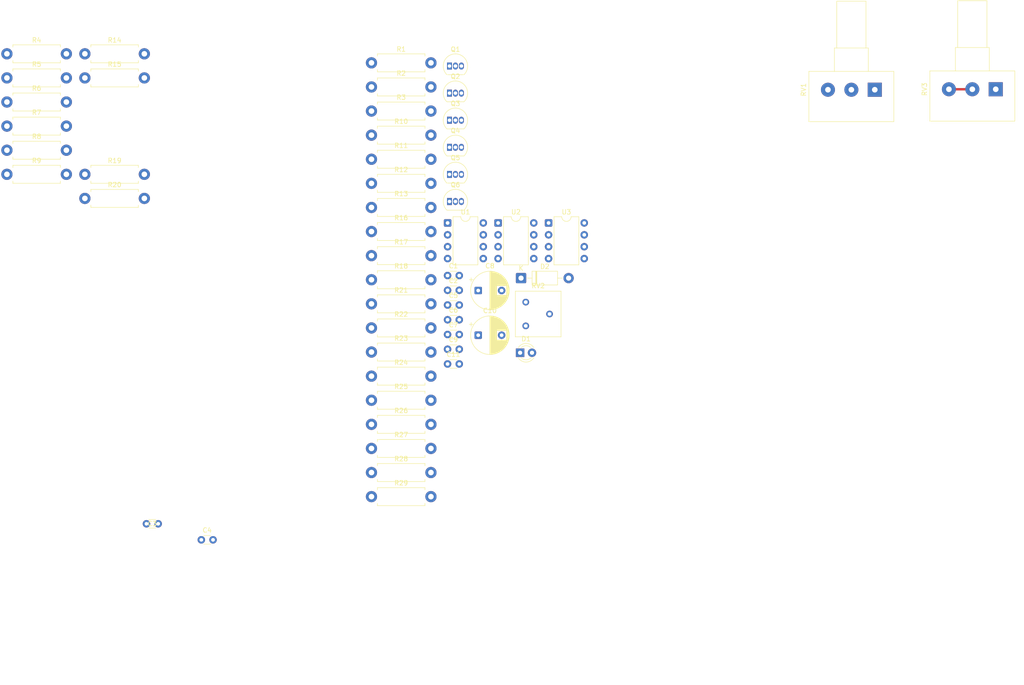
<source format=kicad_pcb>
(kicad_pcb (version 20241229) (generator "pcbnew") (generator_version "9.0")
  (title_block (title "Phase 90 / PERFBOARD-layout") (date "2025-07-10") (rev "1.0"))
  (layers (0 "F.Cu" signal) (2 "B.Cu" signal) (13 "F.Paste" user) (15 "B.Paste" user) (5 "F.SilkS" user "F.Silkscreen") (7 "B.SilkS" user "B.Silkscreen") (1 "F.Mask" user) (3 "B.Mask" user) (25 "Edge.Cuts" user))
  (net 0 "")
  (net 1 "Net-(C1-Pad2)")
  (net 2 "IN")
  (net 3 "Net-(Q1-S)")
  (net 4 "Net-(U1B--)")
  (net 5 "Net-(Q2-S)")
  (net 6 "Net-(C3-Pad1)")
  (net 7 "Net-(C4-Pad1)")
  (net 8 "Net-(Q3-S)")
  (net 9 "Net-(C5-Pad1)")
  (net 10 "Net-(Q4-S)")
  (net 11 "Net-(Q5-C)")
  (net 12 "Mixer_output")
  (net 13 "Net-(U1A--)")
  (net 14 "Net-(C7-Pad2)")
  (net 15 "GND")
  (net 16 "Net-(C8-Pad1)")
  (net 17 "Vref")
  (net 18 "LFO")
  (net 19 "OUT")
  (net 20 "Net-(D1-A)")
  (net 21 "Mixer_input")
  (net 22 "Net-(Q6-C)")
  (net 23 "Net-(Q6-B)")
  (net 24 "Net-(U1B-+)")
  (net 25 "Net-(U2A--)")
  (net 26 "Net-(U2B--)")
  (net 27 "Net-(U3A--)")
  (net 28 "Net-(U3B--)")
  (net 29 "Net-(R15-Pad2)")
  (net 30 "Net-(R22-Pad2)")
  (net 31 "Net-(U1A-+)")
  (net 32 "+9V")
  (net 33 "Net-(R28-Pad1)")
  (footprint "Resistor_THT:R_Axial_DIN0411_L9.9mm_D3.6mm_P12.70mm_Horizontal" (layer "F.Cu") (at 19.9 40.38)
    (property "Reference" "R5" (at 6.35 -2.92 0) (layer "F.SilkS"))
    (property "Value" "10k")
    (pad "1" thru_hole circle (at 0 0) (size 2.4 2.4) (drill 1.2) (layers "*.Cu" "*.Mask") (net 25 "Net-(U2A--)"))
    (pad "2" thru_hole circle (at 12.7 0) (size 2.4 2.4) (drill 1.2) (layers "*.Cu" "*.Mask") (net 6 "Net-(C3-Pad1)"))
  )
  (footprint "Package_TO_SOT_THT:TO-92_Inline" (layer "F.Cu") (at 114.4092 37.8408)
    (property "Reference" "Q1" (at 1.27 -3.56 0) (layer "F.SilkS"))
    (property "Value" "BF265B")
    (pad "1" thru_hole rect (at 0 0) (size 1.05 1.5) (drill 0.75) (layers "*.Cu" "*.Mask") (net 17 "Vref"))
    (pad "2" thru_hole oval (at 1.27 0) (size 1.05 1.5) (drill 0.75) (layers "*.Cu" "*.Mask") (net 18 "LFO"))
    (pad "3" thru_hole oval (at 2.54 0) (size 1.05 1.5) (drill 0.75) (layers "*.Cu" "*.Mask") (net 3 "Net-(Q1-S)"))
  )
  (footprint "Resistor_THT:R_Axial_DIN0411_L9.9mm_D3.6mm_P12.70mm_Horizontal" (layer "F.Cu") (at 97.7492 114.4108)
    (property "Reference" "R26" (at 6.35 -2.92 0) (layer "F.SilkS"))
    (property "Value" "500")
    (pad "1" thru_hole circle (at 0 0) (size 2.4 2.4) (drill 1.2) (layers "*.Cu" "*.Mask") (net 22 "Net-(Q6-C)"))
    (pad "2" thru_hole circle (at 12.7 0) (size 2.4 2.4) (drill 1.2) (layers "*.Cu" "*.Mask") (net 32 "+9V"))
  )
  (footprint "Capacitor_THT:C_Disc_D3.0mm_W1.6mm_P2.50mm" (layer "F.Cu") (at 113.9992 92.0608)
    (property "Reference" "C6" (at 1.25 -2.05 0) (layer "F.SilkS"))
    (property "Value" "47n")
    (pad "1" thru_hole circle (at 0 0) (size 1.6 1.6) (drill 0.8) (layers "*.Cu" "*.Mask") (net 11 "Net-(Q5-C)"))
    (pad "2" thru_hole circle (at 2.5 0) (size 1.6 1.6) (drill 0.8) (layers "*.Cu" "*.Mask") (net 12 "Mixer_output"))
  )
  (footprint "Capacitor_THT:CP_Radial_D8.0mm_P5.00mm" (layer "F.Cu") (at 120.543898 95.3608)
    (property "Reference" "C10" (at 2.5 -5.25 0) (layer "F.SilkS"))
    (property "Value" "47µ")
    (pad "1" thru_hole roundrect (at 0 0) (size 1.6 1.6) (drill 0.8) (layers "*.Cu" "*.Mask") (roundrect_rratio 0.15625) (net 17 "Vref"))
    (pad "2" thru_hole circle (at 5 0) (size 1.6 1.6) (drill 0.8) (layers "*.Cu" "*.Mask") (net 15 "GND"))
  )
  (footprint "Package_TO_SOT_THT:TO-92_Inline" (layer "F.Cu") (at 114.4092 43.6308)
    (property "Reference" "Q2" (at 1.27 -3.56 0) (layer "F.SilkS"))
    (property "Value" "BF265B")
    (pad "1" thru_hole rect (at 0 0) (size 1.05 1.5) (drill 0.75) (layers "*.Cu" "*.Mask") (net 17 "Vref"))
    (pad "2" thru_hole oval (at 1.27 0) (size 1.05 1.5) (drill 0.75) (layers "*.Cu" "*.Mask") (net 18 "LFO"))
    (pad "3" thru_hole oval (at 2.54 0) (size 1.05 1.5) (drill 0.75) (layers "*.Cu" "*.Mask") (net 5 "Net-(Q2-S)"))
  )
  (footprint "Resistor_THT:R_Axial_DIN0411_L9.9mm_D3.6mm_P12.70mm_Horizontal" (layer "F.Cu") (at 97.7492 68.0608)
    (property "Reference" "R13" (at 6.35 -2.92 0) (layer "F.SilkS"))
    (property "Value" "10k")
    (pad "1" thru_hole circle (at 0 0) (size 2.4 2.4) (drill 1.2) (layers "*.Cu" "*.Mask") (net 9 "Net-(C5-Pad1)"))
    (pad "2" thru_hole circle (at 12.7 0) (size 2.4 2.4) (drill 1.2) (layers "*.Cu" "*.Mask") (net 28 "Net-(U3B--)"))
  )
  (footprint "Capacitor_THT:C_Disc_D3.0mm_W1.6mm_P2.50mm" (layer "F.Cu") (at 113.9992 88.9108)
    (property "Reference" "C5" (at 1.25 -2.05 0) (layer "F.SilkS"))
    (property "Value" "47n")
    (pad "1" thru_hole circle (at 0 0) (size 1.6 1.6) (drill 0.8) (layers "*.Cu" "*.Mask") (net 9 "Net-(C5-Pad1)"))
    (pad "2" thru_hole circle (at 2.5 0) (size 1.6 1.6) (drill 0.8) (layers "*.Cu" "*.Mask") (net 10 "Net-(Q4-S)"))
  )
  (footprint "Potentiometer_THT:Potentiometer_Alps_RK163_Single_Horizontal" (layer "F.Cu") (at 205.2282 42.9054 -90)
    (property "Reference" "RV1" (at 0 15.2 90) (layer "F.SilkS"))
    (property "Value" "470k")
    (pad "1" thru_hole rect (at 0 0 90) (size 3 3) (drill 1.2) (layers "*.Cu" "*.Mask") (net 30 "Net-(R22-Pad2)"))
    (pad "2" thru_hole circle (at 0 5 90) (size 3 3) (drill 1.2) (layers "*.Cu" "*.Mask") (net 30 "Net-(R22-Pad2)"))
    (pad "3" thru_hole circle (at 0 10 90) (size 3 3) (drill 1.2) (layers "*.Cu" "*.Mask") (net 16 "Net-(C8-Pad1)"))
  )
  (footprint "Package_TO_SOT_THT:TO-92_Inline" (layer "F.Cu") (at 114.4092 66.7908)
    (property "Reference" "Q6" (at 1.27 -3.56 0) (layer "F.SilkS"))
    (property "Value" "2N3904")
    (pad "1" thru_hole rect (at 0 0) (size 1.05 1.5) (drill 0.75) (layers "*.Cu" "*.Mask") (net 20 "Net-(D1-A)"))
    (pad "2" thru_hole oval (at 1.27 0) (size 1.05 1.5) (drill 0.75) (layers "*.Cu" "*.Mask") (net 23 "Net-(Q6-B)"))
    (pad "3" thru_hole oval (at 2.54 0) (size 1.05 1.5) (drill 0.75) (layers "*.Cu" "*.Mask") (net 22 "Net-(Q6-C)"))
  )
  (footprint "Resistor_THT:R_Axial_DIN0411_L9.9mm_D3.6mm_P12.70mm_Horizontal" (layer "F.Cu") (at 19.9 45.53)
    (property "Reference" "R6" (at 6.35 -2.92 0) (layer "F.SilkS"))
    (property "Value" "22k")
    (pad "1" thru_hole circle (at 0 0) (size 2.4 2.4) (drill 1.2) (layers "*.Cu" "*.Mask") (net 17 "Vref"))
    (pad "2" thru_hole circle (at 12.7 0) (size 2.4 2.4) (drill 1.2) (layers "*.Cu" "*.Mask") (net 3 "Net-(Q1-S)"))
  )
  (footprint "Package_DIP:DIP-8_W7.62mm" (layer "F.Cu") (at 135.5692 71.3708)
    (property "Reference" "U3" (at 3.81 -2.33 0) (layer "F.SilkS"))
    (property "Value" "TL072")
    (pad "1" thru_hole roundrect (at 0 0) (size 1.6 1.6) (drill 0.8) (layers "*.Cu" "*.Mask") (roundrect_rratio 0.15625) (net 9 "Net-(C5-Pad1)"))
    (pad "2" thru_hole circle (at 0 2.54) (size 1.6 1.6) (drill 0.8) (layers "*.Cu" "*.Mask") (net 27 "Net-(U3A--)"))
    (pad "3" thru_hole circle (at 0 5.08) (size 1.6 1.6) (drill 0.8) (layers "*.Cu" "*.Mask") (net 8 "Net-(Q3-S)"))
    (pad "4" thru_hole circle (at 0 7.62) (size 1.6 1.6) (drill 0.8) (layers "*.Cu" "*.Mask"))
    (pad "5" thru_hole circle (at 7.62 7.62) (size 1.6 1.6) (drill 0.8) (layers "*.Cu" "*.Mask") (net 10 "Net-(Q4-S)"))
    (pad "6" thru_hole circle (at 7.62 5.08) (size 1.6 1.6) (drill 0.8) (layers "*.Cu" "*.Mask") (net 28 "Net-(U3B--)"))
    (pad "7" thru_hole circle (at 7.62 2.54) (size 1.6 1.6) (drill 0.8) (layers "*.Cu" "*.Mask") (net 29 "Net-(R15-Pad2)"))
    (pad "8" thru_hole circle (at 7.62 0) (size 1.6 1.6) (drill 0.8) (layers "*.Cu" "*.Mask"))
  )
  (footprint "Capacitor_THT:C_Disc_D3.0mm_W1.6mm_P2.50mm" (layer "F.Cu") (at 113.9992 82.6108)
    (property "Reference" "C1" (at 1.25 -2.05 0) (layer "F.SilkS"))
    (property "Value" "10n")
    (pad "1" thru_hole circle (at 0 0) (size 1.6 1.6) (drill 0.8) (layers "*.Cu" "*.Mask") (net 2 "IN"))
    (pad "2" thru_hole circle (at 2.5 0) (size 1.6 1.6) (drill 0.8) (layers "*.Cu" "*.Mask") (net 1 "Net-(C1-Pad2)"))
  )
  (footprint "Package_TO_SOT_THT:TO-92_Inline" (layer "F.Cu") (at 114.4092 55.2108)
    (property "Reference" "Q4" (at 1.27 -3.56 0) (layer "F.SilkS"))
    (property "Value" "BF265B")
    (pad "1" thru_hole rect (at 0 0) (size 1.05 1.5) (drill 0.75) (layers "*.Cu" "*.Mask") (net 17 "Vref"))
    (pad "2" thru_hole oval (at 1.27 0) (size 1.05 1.5) (drill 0.75) (layers "*.Cu" "*.Mask") (net 18 "LFO"))
    (pad "3" thru_hole oval (at 2.54 0) (size 1.05 1.5) (drill 0.75) (layers "*.Cu" "*.Mask") (net 10 "Net-(Q4-S)"))
  )
  (footprint "LED_THT:LED_D3.0mm_Clear" (layer "F.Cu") (at 129.4892 99.1108)
    (property "Reference" "D1" (at 1.27 -2.96 0) (layer "F.SilkS"))
    (property "Value" "LED")
    (pad "1" thru_hole rect (at 0 0) (size 1.8 1.8) (drill 0.9) (layers "*.Cu" "*.Mask") (net 15 "GND"))
    (pad "2" thru_hole circle (at 2.54 0) (size 1.8 1.8) (drill 0.9) (layers "*.Cu" "*.Mask") (net 20 "Net-(D1-A)"))
  )
  (footprint "Resistor_THT:R_Axial_DIN0411_L9.9mm_D3.6mm_P12.70mm_Horizontal" (layer "F.Cu") (at 36.55 40.38)
    (property "Reference" "R15" (at 6.35 -2.92 0) (layer "F.SilkS"))
    (property "Value" "10k")
    (pad "1" thru_hole circle (at 0 0) (size 2.4 2.4) (drill 1.2) (layers "*.Cu" "*.Mask") (net 28 "Net-(U3B--)"))
    (pad "2" thru_hole circle (at 12.7 0) (size 2.4 2.4) (drill 1.2) (layers "*.Cu" "*.Mask") (net 29 "Net-(R15-Pad2)"))
  )
  (footprint "Resistor_THT:R_Axial_DIN0411_L9.9mm_D3.6mm_P12.70mm_Horizontal" (layer "F.Cu") (at 36.55 66.13)
    (property "Reference" "R20" (at 6.35 -2.92 0) (layer "F.SilkS"))
    (property "Value" "150k")
    (pad "1" thru_hole circle (at 0 0) (size 2.4 2.4) (drill 1.2) (layers "*.Cu" "*.Mask") (net 15 "GND"))
    (pad "2" thru_hole circle (at 12.7 0) (size 2.4 2.4) (drill 1.2) (layers "*.Cu" "*.Mask") (net 12 "Mixer_output"))
  )
  (footprint "Resistor_THT:R_Axial_DIN0411_L9.9mm_D3.6mm_P12.70mm_Horizontal" (layer "F.Cu") (at 97.7492 42.3108)
    (property "Reference" "R2" (at 6.35 -2.92 0) (layer "F.SilkS"))
    (property "Value" "10k")
    (pad "1" thru_hole circle (at 0 0) (size 2.4 2.4) (drill 1.2) (layers "*.Cu" "*.Mask") (net 1 "Net-(C1-Pad2)"))
    (pad "2" thru_hole circle (at 12.7 0) (size 2.4 2.4) (drill 1.2) (layers "*.Cu" "*.Mask") (net 24 "Net-(U1B-+)"))
  )
  (footprint "Resistor_THT:R_Axial_DIN0411_L9.9mm_D3.6mm_P12.70mm_Horizontal" (layer "F.Cu") (at 97.7492 62.9108)
    (property "Reference" "R12" (at 6.35 -2.92 0) (layer "F.SilkS"))
    (property "Value" "10k")
    (pad "1" thru_hole circle (at 0 0) (size 2.4 2.4) (drill 1.2) (layers "*.Cu" "*.Mask") (net 27 "Net-(U3A--)"))
    (pad "2" thru_hole circle (at 12.7 0) (size 2.4 2.4) (drill 1.2) (layers "*.Cu" "*.Mask") (net 9 "Net-(C5-Pad1)"))
  )
  (footprint "Package_TO_SOT_THT:TO-92_Inline" (layer "F.Cu") (at 114.4092 49.4208)
    (property "Reference" "Q3" (at 1.27 -3.56 0) (layer "F.SilkS"))
    (property "Value" "BF265B")
    (pad "1" thru_hole rect (at 0 0) (size 1.05 1.5) (drill 0.75) (layers "*.Cu" "*.Mask") (net 17 "Vref"))
    (pad "2" thru_hole oval (at 1.27 0) (size 1.05 1.5) (drill 0.75) (layers "*.Cu" "*.Mask") (net 18 "LFO"))
    (pad "3" thru_hole oval (at 2.54 0) (size 1.05 1.5) (drill 0.75) (layers "*.Cu" "*.Mask") (net 8 "Net-(Q3-S)"))
  )
  (footprint "Capacitor_THT:C_Disc_D3.0mm_W1.6mm_P2.50mm" (layer "F.Cu") (at 113.9992 85.7608)
    (property "Reference" "C2" (at 1.25 -2.05 0) (layer "F.SilkS"))
    (property "Value" "47n")
    (pad "1" thru_hole circle (at 0 0) (size 1.6 1.6) (drill 0.8) (layers "*.Cu" "*.Mask") (net 4 "Net-(U1B--)"))
    (pad "2" thru_hole circle (at 2.5 0) (size 1.6 1.6) (drill 0.8) (layers "*.Cu" "*.Mask") (net 3 "Net-(Q1-S)"))
  )
  (footprint "Resistor_THT:R_Axial_DIN0411_L9.9mm_D3.6mm_P12.70mm_Horizontal" (layer "F.Cu") (at 97.7492 37.1608)
    (property "Reference" "R1" (at 6.35 -2.92 0) (layer "F.SilkS"))
    (property "Value" "2.2M")
    (pad "1" thru_hole circle (at 0 0) (size 2.4 2.4) (drill 1.2) (layers "*.Cu" "*.Mask") (net 24 "Net-(U1B-+)"))
    (pad "2" thru_hole circle (at 12.7 0) (size 2.4 2.4) (drill 1.2) (layers "*.Cu" "*.Mask") (net 17 "Vref"))
  )
  (footprint "Diode_THT:D_DO-41_SOD81_P10.16mm_Horizontal" (layer "F.Cu") (at 129.6892 83.1608)
    (property "Reference" "D2" (at 5.08 -2.47 0) (layer "F.SilkS"))
    (property "Value" "1N4733A")
    (fp_text user "K" (at 0 -2.1 0) (layer "F.SilkS"))
    (pad "1" thru_hole roundrect (at 0 0) (size 2.2 2.2) (drill 1.1) (layers "*.Cu" "*.Mask") (roundrect_rratio 0.113636) (net 17 "Vref"))
    (pad "2" thru_hole circle (at 10.16 0) (size 2.2 2.2) (drill 1.1) (layers "*.Cu" "*.Mask") (net 15 "GND"))
  )
  (footprint "Resistor_THT:R_Axial_DIN0411_L9.9mm_D3.6mm_P12.70mm_Horizontal" (layer "F.Cu") (at 97.7492 83.5108)
    (property "Reference" "R18" (at 6.35 -2.92 0) (layer "F.SilkS"))
    (property "Value" "150k")
    (pad "1" thru_hole circle (at 0 0) (size 2.4 2.4) (drill 1.2) (layers "*.Cu" "*.Mask") (net 11 "Net-(Q5-C)"))
    (pad "2" thru_hole circle (at 12.7 0) (size 2.4 2.4) (drill 1.2) (layers "*.Cu" "*.Mask") (net 21 "Mixer_input"))
  )
  (footprint "Resistor_THT:R_Axial_DIN0411_L9.9mm_D3.6mm_P12.70mm_Horizontal" (layer "F.Cu") (at 36.55 35.23)
    (property "Reference" "R14" (at 6.35 -2.92 0) (layer "F.SilkS"))
    (property "Value" "22k")
    (pad "1" thru_hole circle (at 0 0) (size 2.4 2.4) (drill 1.2) (layers "*.Cu" "*.Mask") (net 17 "Vref"))
    (pad "2" thru_hole circle (at 12.7 0) (size 2.4 2.4) (drill 1.2) (layers "*.Cu" "*.Mask") (net 10 "Net-(Q4-S)"))
  )
  (footprint "Resistor_THT:R_Axial_DIN0411_L9.9mm_D3.6mm_P12.70mm_Horizontal" (layer "F.Cu") (at 97.7492 129.8608)
    (property "Reference" "R29" (at 6.35 -2.92 0) (layer "F.SilkS"))
    (property "Value" "10k")
    (pad "1" thru_hole circle (at 0 0) (size 2.4 2.4) (drill 1.2) (layers "*.Cu" "*.Mask") (net 17 "Vref"))
    (pad "2" thru_hole circle (at 12.7 0) (size 2.4 2.4) (drill 1.2) (layers "*.Cu" "*.Mask") (net 32 "+9V"))
  )
  (footprint "Resistor_THT:R_Axial_DIN0411_L9.9mm_D3.6mm_P12.70mm_Horizontal" (layer "F.Cu") (at 19.9 50.68)
    (property "Reference" "R7" (at 6.35 -2.92 0) (layer "F.SilkS"))
    (property "Value" "10k")
    (pad "1" thru_hole circle (at 0 0) (size 2.4 2.4) (drill 1.2) (layers "*.Cu" "*.Mask") (net 6 "Net-(C3-Pad1)"))
    (pad "2" thru_hole circle (at 12.7 0) (size 2.4 2.4) (drill 1.2) (layers "*.Cu" "*.Mask") (net 26 "Net-(U2B--)"))
  )
  (footprint "Capacitor_THT:C_Disc_D3.0mm_W1.6mm_P2.50mm" (layer "F.Cu") (at 113.9992 95.2108)
    (property "Reference" "C7" (at 1.25 -2.05 0) (layer "F.SilkS"))
    (property "Value" "10n")
    (pad "1" thru_hole circle (at 0 0) (size 1.6 1.6) (drill 0.8) (layers "*.Cu" "*.Mask") (net 13 "Net-(U1A--)"))
    (pad "2" thru_hole circle (at 2.5 0) (size 1.6 1.6) (drill 0.8) (layers "*.Cu" "*.Mask") (net 14 "Net-(C7-Pad2)"))
  )
  (footprint "Package_TO_SOT_THT:TO-92_Inline" (layer "F.Cu") (at 114.4092 61.0008)
    (property "Reference" "Q5" (at 1.27 -3.56 0) (layer "F.SilkS"))
    (property "Value" "2N3906")
    (pad "1" thru_hole rect (at 0 0) (size 1.05 1.5) (drill 0.75) (layers "*.Cu" "*.Mask") (net 17 "Vref"))
    (pad "2" thru_hole oval (at 1.27 0) (size 1.05 1.5) (drill 0.75) (layers "*.Cu" "*.Mask") (net 21 "Mixer_input"))
    (pad "3" thru_hole oval (at 2.54 0) (size 1.05 1.5) (drill 0.75) (layers "*.Cu" "*.Mask") (net 11 "Net-(Q5-C)"))
  )
  (footprint "Potentiometer_THT:Potentiometer_Alps_RK163_Single_Horizontal" (layer "F.Cu") (at 231.06 42.8038 -90)
    (property "Reference" "RV3" (at 0 15.2 90) (layer "F.SilkS"))
    (property "Value" "250k")
    (pad "1" thru_hole rect (at 0 0 90) (size 3 3) (drill 1.2) (layers "*.Cu" "*.Mask") (net 19 "OUT"))
    (pad "2" thru_hole circle (at 0 5 90) (size 3 3) (drill 1.2) (layers "*.Cu" "*.Mask") (net 12 "Mixer_output"))
    (pad "3" thru_hole circle (at 0 10 90) (size 3 3) (drill 1.2) (layers "*.Cu" "*.Mask") (net 12 "Mixer_output"))
  )
  (footprint "Potentiometer_THT:Potentiometer_Bourns_3386F_Vertical" (layer "F.Cu") (at 130.6992 93.3708)
    (property "Reference" "RV2" (at 2.655 -8.555 0) (layer "F.SilkS"))
    (property "Value" "100k")
    (pad "1" thru_hole circle (at 0 0) (size 1.44 1.44) (drill 0.8) (layers "*.Cu" "*.Mask") (net 17 "Vref"))
    (pad "2" thru_hole circle (at 5.08 -2.54) (size 1.44 1.44) (drill 0.8) (layers "*.Cu" "*.Mask") (net 33 "Net-(R28-Pad1)"))
    (pad "3" thru_hole circle (at 0 -5.08) (size 1.44 1.44) (drill 0.8) (layers "*.Cu" "*.Mask") (net 15 "GND"))
  )
  (footprint "Resistor_THT:R_Axial_DIN0411_L9.9mm_D3.6mm_P12.70mm_Horizontal" (layer "F.Cu") (at 97.7492 88.6608)
    (property "Reference" "R21" (at 6.35 -2.92 0) (layer "F.SilkS"))
    (property "Value" "150k")
    (pad "1" thru_hole circle (at 0 0) (size 2.4 2.4) (drill 1.2) (layers "*.Cu" "*.Mask") (net 13 "Net-(U1A--)"))
    (pad "2" thru_hole circle (at 12.7 0) (size 2.4 2.4) (drill 1.2) (layers "*.Cu" "*.Mask") (net 16 "Net-(C8-Pad1)"))
  )
  (footprint "Resistor_THT:R_Axial_DIN0411_L9.9mm_D3.6mm_P12.70mm_Horizontal" (layer "F.Cu") (at 97.7492 93.8108)
    (property "Reference" "R22" (at 6.35 -2.92 0) (layer "F.SilkS"))
    (property "Value" "2k")
    (pad "1" thru_hole circle (at 0 0) (size 2.4 2.4) (drill 1.2) (layers "*.Cu" "*.Mask") (net 14 "Net-(C7-Pad2)"))
    (pad "2" thru_hole circle (at 12.7 0) (size 2.4 2.4) (drill 1.2) (layers "*.Cu" "*.Mask") (net 30 "Net-(R22-Pad2)"))
  )
  (footprint "Capacitor_THT:C_Disc_D3.0mm_W1.6mm_P2.50mm" (layer "F.Cu") (at 49.7024 135.6614)
    (property "Reference" "C3" (at 1.25 0 180) (layer "F.SilkS"))
    (property "Value" "47n")
    (pad "1" thru_hole circle (at 0 0) (size 1.6 1.6) (drill 0.8) (layers "*.Cu" "*.Mask") (net 6 "Net-(C3-Pad1)"))
    (pad "2" thru_hole circle (at 2.5 0) (size 1.6 1.6) (drill 0.8) (layers "*.Cu" "*.Mask") (net 5 "Net-(Q2-S)"))
  )
  (footprint "Resistor_THT:R_Axial_DIN0411_L9.9mm_D3.6mm_P12.70mm_Horizontal" (layer "F.Cu") (at 97.7492 47.4608)
    (property "Reference" "R3" (at 6.35 -2.92 0) (layer "F.SilkS"))
    (property "Value" "2.2M")
    (pad "1" thru_hole circle (at 0 0) (size 2.4 2.4) (drill 1.2) (layers "*.Cu" "*.Mask") (net 2 "IN"))
    (pad "2" thru_hole circle (at 12.7 0) (size 2.4 2.4) (drill 1.2) (layers "*.Cu" "*.Mask") (net 15 "GND"))
  )
  (footprint "Resistor_THT:R_Axial_DIN0411_L9.9mm_D3.6mm_P12.70mm_Horizontal" (layer "F.Cu") (at 97.7492 57.7608)
    (property "Reference" "R11" (at 6.35 -2.92 0) (layer "F.SilkS"))
    (property "Value" "22k")
    (pad "1" thru_hole circle (at 0 0) (size 2.4 2.4) (drill 1.2) (layers "*.Cu" "*.Mask") (net 17 "Vref"))
    (pad "2" thru_hole circle (at 12.7 0) (size 2.4 2.4) (drill 1.2) (layers "*.Cu" "*.Mask") (net 8 "Net-(Q3-S)"))
  )
  (footprint "Resistor_THT:R_Axial_DIN0411_L9.9mm_D3.6mm_P12.70mm_Horizontal" (layer "F.Cu") (at 97.7492 73.2108)
    (property "Reference" "R16" (at 6.35 -2.92 0) (layer "F.SilkS"))
    (property "Value" "150k")
    (pad "1" thru_hole circle (at 0 0) (size 2.4 2.4) (drill 1.2) (layers "*.Cu" "*.Mask") (net 4 "Net-(U1B--)"))
    (pad "2" thru_hole circle (at 12.7 0) (size 2.4 2.4) (drill 1.2) (layers "*.Cu" "*.Mask") (net 21 "Mixer_input"))
  )
  (footprint "Capacitor_THT:C_Disc_D3.0mm_W1.6mm_P2.50mm" (layer "F.Cu") (at 61.4172 139.0904)
    (property "Reference" "C4" (at 1.25 -2.05 0) (layer "F.SilkS"))
    (property "Value" "47n")
    (pad "1" thru_hole circle (at 0 0) (size 1.6 1.6) (drill 0.8) (layers "*.Cu" "*.Mask") (net 7 "Net-(C4-Pad1)"))
    (pad "2" thru_hole circle (at 2.5 0) (size 1.6 1.6) (drill 0.8) (layers "*.Cu" "*.Mask") (net 8 "Net-(Q3-S)"))
  )
  (footprint "Resistor_THT:R_Axial_DIN0411_L9.9mm_D3.6mm_P12.70mm_Horizontal" (layer "F.Cu") (at 97.7492 119.5608)
    (property "Reference" "R27" (at 6.35 -2.92 0) (layer "F.SilkS"))
    (property "Value" "4.7M")
    (pad "1" thru_hole circle (at 0 0) (size 2.4 2.4) (drill 1.2) (layers "*.Cu" "*.Mask") (net 16 "Net-(C8-Pad1)"))
    (pad "2" thru_hole circle (at 12.7 0) (size 2.4 2.4) (drill 1.2) (layers "*.Cu" "*.Mask") (net 18 "LFO"))
  )
  (footprint "Capacitor_THT:CP_Radial_D8.0mm_P5.00mm" (layer "F.Cu") (at 120.543898 85.8108)
    (property "Reference" "C8" (at 2.5 -5.25 0) (layer "F.SilkS"))
    (property "Value" "10µ")
    (pad "1" thru_hole roundrect (at 0 0) (size 1.6 1.6) (drill 0.8) (layers "*.Cu" "*.Mask") (roundrect_rratio 0.15625) (net 16 "Net-(C8-Pad1)"))
    (pad "2" thru_hole circle (at 5 0) (size 1.6 1.6) (drill 0.8) (layers "*.Cu" "*.Mask") (net 15 "GND"))
  )
  (footprint "Resistor_THT:R_Axial_DIN0411_L9.9mm_D3.6mm_P12.70mm_Horizontal" (layer "F.Cu") (at 97.7492 124.7108)
    (property "Reference" "R28" (at 6.35 -2.92 0) (layer "F.SilkS"))
    (property "Value" "1M")
    (pad "1" thru_hole circle (at 0 0) (size 2.4 2.4) (drill 1.2) (layers "*.Cu" "*.Mask") (net 33 "Net-(R28-Pad1)"))
    (pad "2" thru_hole circle (at 12.7 0) (size 2.4 2.4) (drill 1.2) (layers "*.Cu" "*.Mask") (net 18 "LFO"))
  )
  (footprint "Resistor_THT:R_Axial_DIN0411_L9.9mm_D3.6mm_P12.70mm_Horizontal" (layer "F.Cu") (at 36.55 60.98)
    (property "Reference" "R19" (at 6.35 -2.92 0) (layer "F.SilkS"))
    (property "Value" "47k")
    (pad "1" thru_hole circle (at 0 0) (size 2.4 2.4) (drill 1.2) (layers "*.Cu" "*.Mask") (net 15 "GND"))
    (pad "2" thru_hole circle (at 12.7 0) (size 2.4 2.4) (drill 1.2) (layers "*.Cu" "*.Mask") (net 11 "Net-(Q5-C)"))
  )
  (footprint "Resistor_THT:R_Axial_DIN0411_L9.9mm_D3.6mm_P12.70mm_Horizontal" (layer "F.Cu") (at 97.7492 104.1108)
    (property "Reference" "R24" (at 6.35 -2.92 0) (layer "F.SilkS"))
    (property "Value" "150k")
    (pad "1" thru_hole circle (at 0 0) (size 2.4 2.4) (drill 1.2) (layers "*.Cu" "*.Mask") (net 17 "Vref"))
    (pad "2" thru_hole circle (at 12.7 0) (size 2.4 2.4) (drill 1.2) (layers "*.Cu" "*.Mask") (net 31 "Net-(U1A-+)"))
  )
  (footprint "Resistor_THT:R_Axial_DIN0411_L9.9mm_D3.6mm_P12.70mm_Horizontal" (layer "F.Cu") (at 97.7492 98.9608)
    (property "Reference" "R23" (at 6.35 -2.92 0) (layer "F.SilkS"))
    (property "Value" "470k")
    (pad "1" thru_hole circle (at 0 0) (size 2.4 2.4) (drill 1.2) (layers "*.Cu" "*.Mask") (net 14 "Net-(C7-Pad2)"))
    (pad "2" thru_hole circle (at 12.7 0) (size 2.4 2.4) (drill 1.2) (layers "*.Cu" "*.Mask") (net 31 "Net-(U1A-+)"))
  )
  (footprint "Capacitor_THT:C_Disc_D3.0mm_W1.6mm_P2.50mm" (layer "F.Cu") (at 113.9992 101.5108)
    (property "Reference" "C11" (at 1.25 -2.05 0) (layer "F.SilkS"))
    (property "Value" "10n")
    (pad "1" thru_hole circle (at 0 0) (size 1.6 1.6) (drill 0.8) (layers "*.Cu" "*.Mask") (net 15 "GND"))
    (pad "2" thru_hole circle (at 2.5 0) (size 1.6 1.6) (drill 0.8) (layers "*.Cu" "*.Mask") (net 19 "OUT"))
  )
  (footprint "Package_DIP:DIP-8_W7.62mm" (layer "F.Cu") (at 114.0092 71.3708)
    (property "Reference" "U1" (at 3.81 -2.33 0) (layer "F.SilkS"))
    (property "Value" "TL072")
    (pad "1" thru_hole roundrect (at 0 0) (size 1.6 1.6) (drill 0.8) (layers "*.Cu" "*.Mask") (roundrect_rratio 0.15625) (net 14 "Net-(C7-Pad2)"))
    (pad "2" thru_hole circle (at 0 2.54) (size 1.6 1.6) (drill 0.8) (layers "*.Cu" "*.Mask") (net 13 "Net-(U1A--)"))
    (pad "3" thru_hole circle (at 0 5.08) (size 1.6 1.6) (drill 0.8) (layers "*.Cu" "*.Mask") (net 31 "Net-(U1A-+)"))
    (pad "4" thru_hole circle (at 0 7.62) (size 1.6 1.6) (drill 0.8) (layers "*.Cu" "*.Mask"))
    (pad "5" thru_hole circle (at 7.62 7.62) (size 1.6 1.6) (drill 0.8) (layers "*.Cu" "*.Mask") (net 24 "Net-(U1B-+)"))
    (pad "6" thru_hole circle (at 7.62 5.08) (size 1.6 1.6) (drill 0.8) (layers "*.Cu" "*.Mask") (net 4 "Net-(U1B--)"))
    (pad "7" thru_hole circle (at 7.62 2.54) (size 1.6 1.6) (drill 0.8) (layers "*.Cu" "*.Mask") (net 4 "Net-(U1B--)"))
    (pad "8" thru_hole circle (at 7.62 0) (size 1.6 1.6) (drill 0.8) (layers "*.Cu" "*.Mask"))
  )
  (footprint "Capacitor_THT:C_Disc_D3.0mm_W1.6mm_P2.50mm" (layer "F.Cu") (at 113.9992 98.3608)
    (property "Reference" "C9" (at 1.25 -2.05 0) (layer "F.SilkS"))
    (property "Value" "47n")
    (pad "1" thru_hole circle (at 0 0) (size 1.6 1.6) (drill 0.8) (layers "*.Cu" "*.Mask") (net 18 "LFO"))
    (pad "2" thru_hole circle (at 2.5 0) (size 1.6 1.6) (drill 0.8) (layers "*.Cu" "*.Mask") (net 17 "Vref"))
  )
  (footprint "Package_DIP:DIP-8_W7.62mm" (layer "F.Cu") (at 124.7892 71.3708)
    (property "Reference" "U2" (at 3.81 -2.33 0) (layer "F.SilkS"))
    (property "Value" "TL072")
    (pad "1" thru_hole roundrect (at 0 0) (size 1.6 1.6) (drill 0.8) (layers "*.Cu" "*.Mask") (roundrect_rratio 0.15625) (net 6 "Net-(C3-Pad1)"))
    (pad "2" thru_hole circle (at 0 2.54) (size 1.6 1.6) (drill 0.8) (layers "*.Cu" "*.Mask") (net 25 "Net-(U2A--)"))
    (pad "3" thru_hole circle (at 0 5.08) (size 1.6 1.6) (drill 0.8) (layers "*.Cu" "*.Mask") (net 3 "Net-(Q1-S)"))
    (pad "4" thru_hole circle (at 0 7.62) (size 1.6 1.6) (drill 0.8) (layers "*.Cu" "*.Mask"))
    (pad "5" thru_hole circle (at 7.62 7.62) (size 1.6 1.6) (drill 0.8) (layers "*.Cu" "*.Mask") (net 5 "Net-(Q2-S)"))
    (pad "6" thru_hole circle (at 7.62 5.08) (size 1.6 1.6) (drill 0.8) (layers "*.Cu" "*.Mask") (net 26 "Net-(U2B--)"))
    (pad "7" thru_hole circle (at 7.62 2.54) (size 1.6 1.6) (drill 0.8) (layers "*.Cu" "*.Mask") (net 7 "Net-(C4-Pad1)"))
    (pad "8" thru_hole circle (at 7.62 0) (size 1.6 1.6) (drill 0.8) (layers "*.Cu" "*.Mask"))
  )
  (footprint "Resistor_THT:R_Axial_DIN0411_L9.9mm_D3.6mm_P12.70mm_Horizontal" (layer "F.Cu") (at 19.9 55.83)
    (property "Reference" "R8" (at 6.35 -2.92 0) (layer "F.SilkS"))
    (property "Value" "22k")
    (pad "1" thru_hole circle (at 0 0) (size 2.4 2.4) (drill 1.2) (layers "*.Cu" "*.Mask") (net 17 "Vref"))
    (pad "2" thru_hole circle (at 12.7 0) (size 2.4 2.4) (drill 1.2) (layers "*.Cu" "*.Mask") (net 5 "Net-(Q2-S)"))
  )
  (footprint "Resistor_THT:R_Axial_DIN0411_L9.9mm_D3.6mm_P12.70mm_Horizontal" (layer "F.Cu") (at 97.7492 52.6108)
    (property "Reference" "R10" (at 6.35 -2.92 0) (layer "F.SilkS"))
    (property "Value" "10k")
    (pad "1" thru_hole circle (at 0 0) (size 2.4 2.4) (drill 1.2) (layers "*.Cu" "*.Mask") (net 7 "Net-(C4-Pad1)"))
    (pad "2" thru_hole circle (at 12.7 0) (size 2.4 2.4) (drill 1.2) (layers "*.Cu" "*.Mask") (net 27 "Net-(U3A--)"))
  )
  (footprint "Resistor_THT:R_Axial_DIN0411_L9.9mm_D3.6mm_P12.70mm_Horizontal" (layer "F.Cu") (at 97.7492 109.2608)
    (property "Reference" "R25" (at 6.35 -2.92 0) (layer "F.SilkS"))
    (property "Value" "10k")
    (pad "1" thru_hole circle (at 0 0) (size 2.4 2.4) (drill 1.2) (layers "*.Cu" "*.Mask") (net 23 "Net-(Q6-B)"))
    (pad "2" thru_hole circle (at 12.7 0) (size 2.4 2.4) (drill 1.2) (layers "*.Cu" "*.Mask") (net 14 "Net-(C7-Pad2)"))
  )
  (footprint "Resistor_THT:R_Axial_DIN0411_L9.9mm_D3.6mm_P12.70mm_Horizontal" (layer "F.Cu") (at 19.9 60.98)
    (property "Reference" "R9" (at 6.35 -2.92 0) (layer "F.SilkS"))
    (property "Value" "10k")
    (pad "1" thru_hole circle (at 0 0) (size 2.4 2.4) (drill 1.2) (layers "*.Cu" "*.Mask") (net 26 "Net-(U2B--)"))
    (pad "2" thru_hole circle (at 12.7 0) (size 2.4 2.4) (drill 1.2) (layers "*.Cu" "*.Mask") (net 7 "Net-(C4-Pad1)"))
  )
  (footprint "Resistor_THT:R_Axial_DIN0411_L9.9mm_D3.6mm_P12.70mm_Horizontal" (layer "F.Cu") (at 97.7492 78.3608)
    (property "Reference" "R17" (at 6.35 -2.92 0) (layer "F.SilkS"))
    (property "Value" "150k")
    (pad "1" thru_hole circle (at 0 0) (size 2.4 2.4) (drill 1.2) (layers "*.Cu" "*.Mask") (net 29 "Net-(R15-Pad2)"))
    (pad "2" thru_hole circle (at 12.7 0) (size 2.4 2.4) (drill 1.2) (layers "*.Cu" "*.Mask") (net 21 "Mixer_input"))
  )
  (footprint "Resistor_THT:R_Axial_DIN0411_L9.9mm_D3.6mm_P12.70mm_Horizontal" (layer "F.Cu") (at 19.9 35.23)
    (property "Reference" "R4" (at 6.35 -2.92 0) (layer "F.SilkS"))
    (property "Value" "10k")
    (pad "1" thru_hole circle (at 0 0) (size 2.4 2.4) (drill 1.2) (layers "*.Cu" "*.Mask") (net 4 "Net-(U1B--)"))
    (pad "2" thru_hole circle (at 12.7 0) (size 2.4 2.4) (drill 1.2) (layers "*.Cu" "*.Mask") (net 25 "Net-(U2A--)"))
  )
  (segment (start 221.06 42.8038) (end 226.06 42.8038) (width 0.5) (layer "F.Cu") (net 12))
)
</source>
